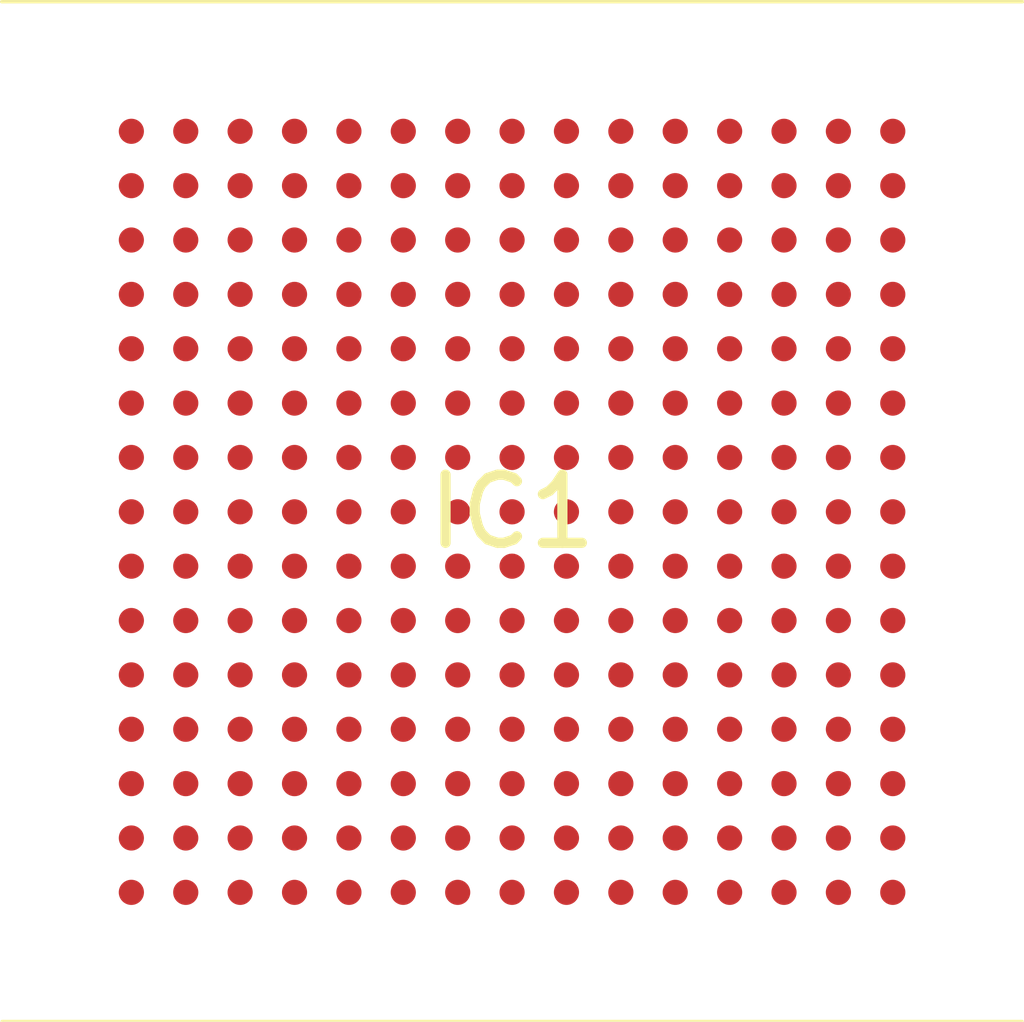
<source format=kicad_pcb>
(kicad_pcb (version 20240108) (generator "pcbnew") (generator_version "8.0")
  (layers (0 "F.Cu" signal) (31 "B.Cu" signal) (34 "B.Paste" user) (35 "F.Paste" user) (36 "B.SilkS" user "B.Silkscreen") (37 "F.SilkS" user "F.Silkscreen") (38 "B.Mask" user) (39 "F.Mask" user) (44 "Edge.Cuts" user))
  (net 0 "")
  (footprint "XC7Z007S_1CLG225C:BGA225C80P15X15_1300X1300X150" (layer "F.Cu") (at 144.9 98.4)
    (property "Reference" "IC1" (at 0 0 0) (layer "F.SilkS") (effects (font (size 1.002409 1.002409))))
    (property "Value" "XC7Z007S-1CLG225C")
    (fp_line (start -7.50722 -7.50722) (end 7.50722 -7.50722) (stroke (width 0.05)) (layer "F.SilkS"))
    (fp_line (start 7.50057 7.50057) (end -7.50057 7.50057) (stroke (width 0.05)) (layer "F.SilkS"))
    (pad "A1" smd circle (at -5.6 -5.6) (size 0.370277 0.370277) (layers "F.Cu" "F.Paste" "F.Mask"))
    (pad "A2" smd circle (at -4.8 -5.6) (size 0.370192 0.370192) (layers "F.Cu" "F.Paste" "F.Mask"))
    (pad "A3" smd circle (at -4 -5.6) (size 0.370584 0.370584) (layers "F.Cu" "F.Paste" "F.Mask"))
    (pad "A4" smd circle (at -3.2 -5.6) (size 0.370635 0.370635) (layers "F.Cu" "F.Paste" "F.Mask"))
    (pad "A5" smd circle (at -2.4 -5.6) (size 0.370457 0.370457) (layers "F.Cu" "F.Paste" "F.Mask"))
    (pad "A6" smd circle (at -1.6 -5.6) (size 0.370285 0.370285) (layers "F.Cu" "F.Paste" "F.Mask"))
    (pad "A7" smd circle (at -0.8 -5.6) (size 0.370515 0.370515) (layers "F.Cu" "F.Paste" "F.Mask"))
    (pad "A8" smd circle (at 0 -5.6) (size 0.370603 0.370603) (layers "F.Cu" "F.Paste" "F.Mask"))
    (pad "A9" smd circle (at 0.8 -5.6) (size 0.370365 0.370365) (layers "F.Cu" "F.Paste" "F.Mask"))
    (pad "A10" smd circle (at 1.6 -5.6) (size 0.370061 0.370061) (layers "F.Cu" "F.Paste" "F.Mask"))
    (pad "A11" smd circle (at 2.4 -5.6) (size 0.370701 0.370701) (layers "F.Cu" "F.Paste" "F.Mask"))
    (pad "A12" smd circle (at 3.2 -5.6) (size 0.370659 0.370659) (layers "F.Cu" "F.Paste" "F.Mask"))
    (pad "A13" smd circle (at 4 -5.6) (size 0.370236 0.370236) (layers "F.Cu" "F.Paste" "F.Mask"))
    (pad "A14" smd circle (at 4.8 -5.6) (size 0.37058 0.37058) (layers "F.Cu" "F.Paste" "F.Mask"))
    (pad "A15" smd circle (at 5.6 -5.6) (size 0.370293 0.370293) (layers "F.Cu" "F.Paste" "F.Mask"))
    (pad "B1" smd circle (at -5.6 -4.8) (size 0.370219 0.370219) (layers "F.Cu" "F.Paste" "F.Mask"))
    (pad "B2" smd circle (at -4.8 -4.8) (size 0.370595 0.370595) (layers "F.Cu" "F.Paste" "F.Mask"))
    (pad "B3" smd circle (at -4 -4.8) (size 0.370284 0.370284) (layers "F.Cu" "F.Paste" "F.Mask"))
    (pad "B4" smd circle (at -3.2 -4.8) (size 0.370352 0.370352) (layers "F.Cu" "F.Paste" "F.Mask"))
    (pad "B5" smd circle (at -2.4 -4.8) (size 0.370355 0.370355) (layers "F.Cu" "F.Paste" "F.Mask"))
    (pad "B6" smd circle (at -1.6 -4.8) (size 0.370588 0.370588) (layers "F.Cu" "F.Paste" "F.Mask"))
    (pad "B7" smd circle (at -0.8 -4.8) (size 0.370037 0.370037) (layers "F.Cu" "F.Paste" "F.Mask"))
    (pad "B8" smd circle (at 0 -4.8) (size 0.370703 0.370703) (layers "F.Cu" "F.Paste" "F.Mask"))
    (pad "B9" smd circle (at 0.8 -4.8) (size 0.370205 0.370205) (layers "F.Cu" "F.Paste" "F.Mask"))
    (pad "B10" smd circle (at 1.6 -4.8) (size 0.37053 0.37053) (layers "F.Cu" "F.Paste" "F.Mask"))
    (pad "B11" smd circle (at 2.4 -4.8) (size 0.370629 0.370629) (layers "F.Cu" "F.Paste" "F.Mask"))
    (pad "B12" smd circle (at 3.2 -4.8) (size 0.370665 0.370665) (layers "F.Cu" "F.Paste" "F.Mask"))
    (pad "B13" smd circle (at 4 -4.8) (size 0.370428 0.370428) (layers "F.Cu" "F.Paste" "F.Mask"))
    (pad "B14" smd circle (at 4.8 -4.8) (size 0.370159 0.370159) (layers "F.Cu" "F.Paste" "F.Mask"))
    (pad "B15" smd circle (at 5.6 -4.8) (size 0.370448 0.370448) (layers "F.Cu" "F.Paste" "F.Mask"))
    (pad "C1" smd circle (at -5.6 -4) (size 0.370261 0.370261) (layers "F.Cu" "F.Paste" "F.Mask"))
    (pad "C2" smd circle (at -4.8 -4) (size 0.370376 0.370376) (layers "F.Cu" "F.Paste" "F.Mask"))
    (pad "C3" smd circle (at -4 -4) (size 0.370257 0.370257) (layers "F.Cu" "F.Paste" "F.Mask"))
    (pad "C4" smd circle (at -3.2 -4) (size 0.370636 0.370636) (layers "F.Cu" "F.Paste" "F.Mask"))
    (pad "C5" smd circle (at -2.4 -4) (size 0.370267 0.370267) (layers "F.Cu" "F.Paste" "F.Mask"))
    (pad "C6" smd circle (at -1.6 -4) (size 0.370348 0.370348) (layers "F.Cu" "F.Paste" "F.Mask"))
    (pad "C7" smd circle (at -0.8 -4) (size 0.370645 0.370645) (layers "F.Cu" "F.Paste" "F.Mask"))
    (pad "C8" smd circle (at 0 -4) (size 0.370716 0.370716) (layers "F.Cu" "F.Paste" "F.Mask"))
    (pad "C9" smd circle (at 0.8 -4) (size 0.370571 0.370571) (layers "F.Cu" "F.Paste" "F.Mask"))
    (pad "C10" smd circle (at 1.6 -4) (size 0.370293 0.370293) (layers "F.Cu" "F.Paste" "F.Mask"))
    (pad "C11" smd circle (at 2.4 -4) (size 0.370475 0.370475) (layers "F.Cu" "F.Paste" "F.Mask"))
    (pad "C12" smd circle (at 3.2 -4) (size 0.370626 0.370626) (layers "F.Cu" "F.Paste" "F.Mask"))
    (pad "C13" smd circle (at 4 -4) (size 0.370138 0.370138) (layers "F.Cu" "F.Paste" "F.Mask"))
    (pad "C14" smd circle (at 4.8 -4) (size 0.37042 0.37042) (layers "F.Cu" "F.Paste" "F.Mask"))
    (pad "C15" smd circle (at 5.6 -4) (size 0.370377 0.370377) (layers "F.Cu" "F.Paste" "F.Mask"))
    (pad "D1" smd circle (at -5.6 -3.2) (size 0.370245 0.370245) (layers "F.Cu" "F.Paste" "F.Mask"))
    (pad "D2" smd circle (at -4.8 -3.2) (size 0.370661 0.370661) (layers "F.Cu" "F.Paste" "F.Mask"))
    (pad "D3" smd circle (at -4 -3.2) (size 0.3706 0.3706) (layers "F.Cu" "F.Paste" "F.Mask"))
    (pad "D4" smd circle (at -3.2 -3.2) (size 0.37017 0.37017) (layers "F.Cu" "F.Paste" "F.Mask"))
    (pad "D5" smd circle (at -2.4 -3.2) (size 0.370596 0.370596) (layers "F.Cu" "F.Paste" "F.Mask"))
    (pad "D6" smd circle (at -1.6 -3.2) (size 0.370026 0.370026) (layers "F.Cu" "F.Paste" "F.Mask"))
    (pad "D7" smd circle (at -0.8 -3.2) (size 0.370484 0.370484) (layers "F.Cu" "F.Paste" "F.Mask"))
    (pad "D8" smd circle (at 0 -3.2) (size 0.370151 0.370151) (layers "F.Cu" "F.Paste" "F.Mask"))
    (pad "D9" smd circle (at 0.8 -3.2) (size 0.370093 0.370093) (layers "F.Cu" "F.Paste" "F.Mask"))
    (pad "D10" smd circle (at 1.6 -3.2) (size 0.370531 0.370531) (layers "F.Cu" "F.Paste" "F.Mask"))
    (pad "D11" smd circle (at 2.4 -3.2) (size 0.370593 0.370593) (layers "F.Cu" "F.Paste" "F.Mask"))
    (pad "D12" smd circle (at 3.2 -3.2) (size 0.370214 0.370214) (layers "F.Cu" "F.Paste" "F.Mask"))
    (pad "D13" smd circle (at 4 -3.2) (size 0.370672 0.370672) (layers "F.Cu" "F.Paste" "F.Mask"))
    (pad "D14" smd circle (at 4.8 -3.2) (size 0.370013 0.370013) (layers "F.Cu" "F.Paste" "F.Mask"))
    (pad "D15" smd circle (at 5.6 -3.2) (size 0.370629 0.370629) (layers "F.Cu" "F.Paste" "F.Mask"))
    (pad "E1" smd circle (at -5.6 -2.4) (size 0.370582 0.370582) (layers "F.Cu" "F.Paste" "F.Mask"))
    (pad "E2" smd circle (at -4.8 -2.4) (size 0.370521 0.370521) (layers "F.Cu" "F.Paste" "F.Mask"))
    (pad "E3" smd circle (at -4 -2.4) (size 0.3703 0.3703) (layers "F.Cu" "F.Paste" "F.Mask"))
    (pad "E4" smd circle (at -3.2 -2.4) (size 0.370036 0.370036) (layers "F.Cu" "F.Paste" "F.Mask"))
    (pad "E5" smd circle (at -2.4 -2.4) (size 0.370647 0.370647) (layers "F.Cu" "F.Paste" "F.Mask"))
    (pad "E6" smd circle (at -1.6 -2.4) (size 0.370371 0.370371) (layers "F.Cu" "F.Paste" "F.Mask"))
    (pad "E7" smd circle (at -0.8 -2.4) (size 0.370139 0.370139) (layers "F.Cu" "F.Paste" "F.Mask"))
    (pad "E8" smd circle (at 0 -2.4) (size 0.370287 0.370287) (layers "F.Cu" "F.Paste" "F.Mask"))
    (pad "E9" smd circle (at 0.8 -2.4) (size 0.370147 0.370147) (layers "F.Cu" "F.Paste" "F.Mask"))
    (pad "E10" smd circle (at 1.6 -2.4) (size 0.37004 0.37004) (layers "F.Cu" "F.Paste" "F.Mask"))
    (pad "E11" smd circle (at 2.4 -2.4) (size 0.370206 0.370206) (layers "F.Cu" "F.Paste" "F.Mask"))
    (pad "E12" smd circle (at 3.2 -2.4) (size 0.370433 0.370433) (layers "F.Cu" "F.Paste" "F.Mask"))
    (pad "E13" smd circle (at 4 -2.4) (size 0.370255 0.370255) (layers "F.Cu" "F.Paste" "F.Mask"))
    (pad "E14" smd circle (at 4.8 -2.4) (size 0.370149 0.370149) (layers "F.Cu" "F.Paste" "F.Mask"))
    (pad "E15" smd circle (at 5.6 -2.4) (size 0.37059 0.37059) (layers "F.Cu" "F.Paste" "F.Mask"))
    (pad "F1" smd circle (at -5.6 -1.6) (size 0.37005 0.37005) (layers "F.Cu" "F.Paste" "F.Mask"))
    (pad "F2" smd circle (at -4.8 -1.6) (size 0.370606 0.370606) (layers "F.Cu" "F.Paste" "F.Mask"))
    (pad "F3" smd circle (at -4 -1.6) (size 0.370677 0.370677) (layers "F.Cu" "F.Paste" "F.Mask"))
    (pad "F4" smd circle (at -3.2 -1.6) (size 0.370564 0.370564) (layers "F.Cu" "F.Paste" "F.Mask"))
    (pad "F5" smd circle (at -2.4 -1.6) (size 0.370676 0.370676) (layers "F.Cu" "F.Paste" "F.Mask"))
    (pad "F6" smd circle (at -1.6 -1.6) (size 0.370172 0.370172) (layers "F.Cu" "F.Paste" "F.Mask"))
    (pad "F7" smd circle (at -0.8 -1.6) (size 0.370584 0.370584) (layers "F.Cu" "F.Paste" "F.Mask"))
    (pad "F8" smd circle (at 0 -1.6) (size 0.370693 0.370693) (layers "F.Cu" "F.Paste" "F.Mask"))
    (pad "F9" smd circle (at 0.8 -1.6) (size 0.370593 0.370593) (layers "F.Cu" "F.Paste" "F.Mask"))
    (pad "F10" smd circle (at 1.6 -1.6) (size 0.370573 0.370573) (layers "F.Cu" "F.Paste" "F.Mask"))
    (pad "F11" smd circle (at 2.4 -1.6) (size 0.370516 0.370516) (layers "F.Cu" "F.Paste" "F.Mask"))
    (pad "F12" smd circle (at 3.2 -1.6) (size 0.370371 0.370371) (layers "F.Cu" "F.Paste" "F.Mask"))
    (pad "F13" smd circle (at 4 -1.6) (size 0.370617 0.370617) (layers "F.Cu" "F.Paste" "F.Mask"))
    (pad "F14" smd circle (at 4.8 -1.6) (size 0.370456 0.370456) (layers "F.Cu" "F.Paste" "F.Mask"))
    (pad "F15" smd circle (at 5.6 -1.6) (size 0.370739 0.370739) (layers "F.Cu" "F.Paste" "F.Mask"))
    (pad "G1" smd circle (at -5.6 -0.8) (size 0.370416 0.370416) (layers "F.Cu" "F.Paste" "F.Mask"))
    (pad "G2" smd circle (at -4.8 -0.8) (size 0.370271 0.370271) (layers "F.Cu" "F.Paste" "F.Mask"))
    (pad "G3" smd circle (at -4 -0.8) (size 0.370239 0.370239) (layers "F.Cu" "F.Paste" "F.Mask"))
    (pad "G4" smd circle (at -3.2 -0.8) (size 0.370607 0.370607) (layers "F.Cu" "F.Paste" "F.Mask"))
    (pad "G5" smd circle (at -2.4 -0.8) (size 0.370518 0.370518) (layers "F.Cu" "F.Paste" "F.Mask"))
    (pad "G6" smd circle (at -1.6 -0.8) (size 0.370393 0.370393) (layers "F.Cu" "F.Paste" "F.Mask"))
    (pad "G7" smd circle (at -0.8 -0.8) (size 0.3702 0.3702) (layers "F.Cu" "F.Paste" "F.Mask"))
    (pad "G8" smd circle (at 0 -0.8) (size 0.370617 0.370617) (layers "F.Cu" "F.Paste" "F.Mask"))
    (pad "G9" smd circle (at 0.8 -0.8) (size 0.370231 0.370231) (layers "F.Cu" "F.Paste" "F.Mask"))
    (pad "G10" smd circle (at 1.6 -0.8) (size 0.370145 0.370145) (layers "F.Cu" "F.Paste" "F.Mask"))
    (pad "G11" smd circle (at 2.4 -0.8) (size 0.370251 0.370251) (layers "F.Cu" "F.Paste" "F.Mask"))
    (pad "G12" smd circle (at 3.2 -0.8) (size 0.370223 0.370223) (layers "F.Cu" "F.Paste" "F.Mask"))
    (pad "G13" smd circle (at 4 -0.8) (size 0.370303 0.370303) (layers "F.Cu" "F.Paste" "F.Mask"))
    (pad "G14" smd circle (at 4.8 -0.8) (size 0.370109 0.370109) (layers "F.Cu" "F.Paste" "F.Mask"))
    (pad "G15" smd circle (at 5.6 -0.8) (size 0.370189 0.370189) (layers "F.Cu" "F.Paste" "F.Mask"))
    (pad "H1" smd circle (at -5.6 0) (size 0.370637 0.370637) (layers "F.Cu" "F.Paste" "F.Mask"))
    (pad "H2" smd circle (at -4.8 0) (size 0.370625 0.370625) (layers "F.Cu" "F.Paste" "F.Mask"))
    (pad "H3" smd circle (at -4 0) (size 0.370297 0.370297) (layers "F.Cu" "F.Paste" "F.Mask"))
    (pad "H4" smd circle (at -3.2 0) (size 0.370068 0.370068) (layers "F.Cu" "F.Paste" "F.Mask"))
    (pad "H5" smd circle (at -2.4 0) (size 0.370027 0.370027) (layers "F.Cu" "F.Paste" "F.Mask"))
    (pad "H6" smd circle (at -1.6 0) (size 0.370153 0.370153) (layers "F.Cu" "F.Paste" "F.Mask"))
    (pad "H7" smd circle (at -0.8 0) (size 0.370399 0.370399) (layers "F.Cu" "F.Paste" "F.Mask"))
    (pad "H8" smd circle (at 0 0) (size 0.370662 0.370662) (layers "F.Cu" "F.Paste" "F.Mask"))
    (pad "H9" smd circle (at 0.8 0) (size 0.370439 0.370439) (layers "F.Cu" "F.Paste" "F.Mask"))
    (pad "H10" smd circle (at 1.6 0) (size 0.370165 0.370165) (layers "F.Cu" "F.Paste" "F.Mask"))
    (pad "H11" smd circle (at 2.4 0) (size 0.370266 0.370266) (layers "F.Cu" "F.Paste" "F.Mask"))
    (pad "H12" smd circle (at 3.2 0) (size 0.370308 0.370308) (layers "F.Cu" "F.Paste" "F.Mask"))
    (pad "H13" smd circle (at 4 0) (size 0.37004 0.37004) (layers "F.Cu" "F.Paste" "F.Mask"))
    (pad "H14" smd circle (at 4.8 0) (size 0.370245 0.370245) (layers "F.Cu" "F.Paste" "F.Mask"))
    (pad "H15" smd circle (at 5.6 0) (size 0.370528 0.370528) (layers "F.Cu" "F.Paste" "F.Mask"))
    (pad "J1" smd circle (at -5.6 0.8) (size 0.370194 0.370194) (layers "F.Cu" "F.Paste" "F.Mask"))
    (pad "J2" smd circle (at -4.8 0.8) (size 0.37016 0.37016) (layers "F.Cu" "F.Paste" "F.Mask"))
    (pad "J3" smd circle (at -4 0.8) (size 0.37028 0.37028) (layers "F.Cu" "F.Paste" "F.Mask"))
    (pad "J4" smd circle (at -3.2 0.8) (size 0.37038 0.37038) (layers "F.Cu" "F.Paste" "F.Mask"))
    (pad "J5" smd circle (at -2.4 0.8) (size 0.3707 0.3707) (layers "F.Cu" "F.Paste" "F.Mask"))
    (pad "J6" smd circle (at -1.6 0.8) (size 0.370034 0.370034) (layers "F.Cu" "F.Paste" "F.Mask"))
    (pad "J7" smd circle (at -0.8 0.8) (size 0.370719 0.370719) (layers "F.Cu" "F.Paste" "F.Mask"))
    (pad "J8" smd circle (at 0 0.8) (size 0.370394 0.370394) (layers "F.Cu" "F.Paste" "F.Mask"))
    (pad "J9" smd circle (at 0.8 0.8) (size 0.370061 0.370061) (layers "F.Cu" "F.Paste" "F.Mask"))
    (pad "J10" smd circle (at 1.6 0.8) (size 0.370039 0.370039) (layers "F.Cu" "F.Paste" "F.Mask"))
    (pad "J11" smd circle (at 2.4 0.8) (size 0.370398 0.370398) (layers "F.Cu" "F.Paste" "F.Mask"))
    (pad "J12" smd circle (at 3.2 0.8) (size 0.370597 0.370597) (layers "F.Cu" "F.Paste" "F.Mask"))
    (pad "J13" smd circle (at 4 0.8) (size 0.370117 0.370117) (layers "F.Cu" "F.Paste" "F.Mask"))
    (pad "J14" smd circle (at 4.8 0.8) (size 0.370725 0.370725) (layers "F.Cu" "F.Paste" "F.Mask"))
    (pad "J15" smd circle (at 5.6 0.8) (size 0.370543 0.370543) (layers "F.Cu" "F.Paste" "F.Mask"))
    (pad "K1" smd circle (at -5.6 1.6) (size 0.37071 0.37071) (layers "F.Cu" "F.Paste" "F.Mask"))
    (pad "K2" smd circle (at -4.8 1.6) (size 0.370651 0.370651) (layers "F.Cu" "F.Paste" "F.Mask"))
    (pad "K3" smd circle (at -4 1.6) (size 0.370116 0.370116) (layers "F.Cu" "F.Paste" "F.Mask"))
    (pad "K4" smd circle (at -3.2 1.6) (size 0.370444 0.370444) (layers "F.Cu" "F.Paste" "F.Mask"))
    (pad "K5" smd circle (at -2.4 1.6) (size 0.370361 0.370361) (layers "F.Cu" "F.Paste" "F.Mask"))
    (pad "K6" smd circle (at -1.6 1.6) (size 0.370403 0.370403) (layers "F.Cu" "F.Paste" "F.Mask"))
    (pad "K7" smd circle (at -0.8 1.6) (size 0.370563 0.370563) (layers "F.Cu" "F.Paste" "F.Mask"))
    (pad "K8" smd circle (at 0 1.6) (size 0.370127 0.370127) (layers "F.Cu" "F.Paste" "F.Mask"))
    (pad "K9" smd circle (at 0.8 1.6) (size 0.370719 0.370719) (layers "F.Cu" "F.Paste" "F.Mask"))
    (pad "K10" smd circle (at 1.6 1.6) (size 0.370234 0.370234) (layers "F.Cu" "F.Paste" "F.Mask"))
    (pad "K11" smd circle (at 2.4 1.6) (size 0.370047 0.370047) (layers "F.Cu" "F.Paste" "F.Mask"))
    (pad "K12" smd circle (at 3.2 1.6) (size 0.370686 0.370686) (layers "F.Cu" "F.Paste" "F.Mask"))
    (pad "K13" smd circle (at 4 1.6) (size 0.370655 0.370655) (layers "F.Cu" "F.Paste" "F.Mask"))
    (pad "K14" smd circle (at 4.8 1.6) (size 0.370092 0.370092) (layers "F.Cu" "F.Paste" "F.Mask"))
    (pad "K15" smd circle (at 5.6 1.6) (size 0.370585 0.370585) (layers "F.Cu" "F.Paste" "F.Mask"))
    (pad "L1" smd circle (at -5.6 2.4) (size 0.370526 0.370526) (layers "F.Cu" "F.Paste" "F.Mask"))
    (pad "L2" smd circle (at -4.8 2.4) (size 0.370688 0.370688) (layers "F.Cu" "F.Paste" "F.Mask"))
    (pad "L3" smd circle (at -4 2.4) (size 0.370455 0.370455) (layers "F.Cu" "F.Paste" "F.Mask"))
    (pad "L4" smd circle (at -3.2 2.4) (size 0.370369 0.370369) (layers "F.Cu" "F.Paste" "F.Mask"))
    (pad "L5" smd circle (at -2.4 2.4) (size 0.370286 0.370286) (layers "F.Cu" "F.Paste" "F.Mask"))
    (pad "L6" smd circle (at -1.6 2.4) (size 0.370725 0.370725) (layers "F.Cu" "F.Paste" "F.Mask"))
    (pad "L7" smd circle (at -0.8 2.4) (size 0.370691 0.370691) (layers "F.Cu" "F.Paste" "F.Mask"))
    (pad "L8" smd circle (at 0 2.4) (size 0.370461 0.370461) (layers "F.Cu" "F.Paste" "F.Mask"))
    (pad "L9" smd circle (at 0.8 2.4) (size 0.370732 0.370732) (layers "F.Cu" "F.Paste" "F.Mask"))
    (pad "L10" smd circle (at 1.6 2.4) (size 0.370335 0.370335) (layers "F.Cu" "F.Paste" "F.Mask"))
    (pad "L11" smd circle (at 2.4 2.4) (size 0.370169 0.370169) (layers "F.Cu" "F.Paste" "F.Mask"))
    (pad "L12" smd circle (at 3.2 2.4) (size 0.370294 0.370294) (layers "F.Cu" "F.Paste" "F.Mask"))
    (pad "L13" smd circle (at 4 2.4) (size 0.370622 0.370622) (layers "F.Cu" "F.Paste" "F.Mask"))
    (pad "L14" smd circle (at 4.8 2.4) (size 0.370045 0.370045) (layers "F.Cu" "F.Paste" "F.Mask"))
    (pad "L15" smd circle (at 5.6 2.4) (size 0.370527 0.370527) (layers "F.Cu" "F.Paste" "F.Mask"))
    (pad "M1" smd circle (at -5.6 3.2) (size 0.370567 0.370567) (layers "F.Cu" "F.Paste" "F.Mask"))
    (pad "M2" smd circle (at -4.8 3.2) (size 0.370379 0.370379) (layers "F.Cu" "F.Paste" "F.Mask"))
    (pad "M3" smd circle (at -4 3.2) (size 0.370117 0.370117) (layers "F.Cu" "F.Paste" "F.Mask"))
    (pad "M4" smd circle (at -3.2 3.2) (size 0.370608 0.370608) (layers "F.Cu" "F.Paste" "F.Mask"))
    (pad "M5" smd circle (at -2.4 3.2) (size 0.370655 0.370655) (layers "F.Cu" "F.Paste" "F.Mask"))
    (pad "M6" smd circle (at -1.6 3.2) (size 0.370179 0.370179) (layers "F.Cu" "F.Paste" "F.Mask"))
    (pad "M7" smd circle (at -0.8 3.2) (size 0.370254 0.370254) (layers "F.Cu" "F.Paste" "F.Mask"))
    (pad "M8" smd circle (at 0 3.2) (size 0.370636 0.370636) (layers "F.Cu" "F.Paste" "F.Mask"))
    (pad "M9" smd circle (at 0.8 3.2) (size 0.370228 0.370228) (layers "F.Cu" "F.Paste" "F.Mask"))
    (pad "M10" smd circle (at 1.6 3.2) (size 0.370521 0.370521) (layers "F.Cu" "F.Paste" "F.Mask"))
    (pad "M11" smd circle (at 2.4 3.2) (size 0.37069 0.37069) (layers "F.Cu" "F.Paste" "F.Mask"))
    (pad "M12" smd circle (at 3.2 3.2) (size 0.370639 0.370639) (layers "F.Cu" "F.Paste" "F.Mask"))
    (pad "M13" smd circle (at 4 3.2) (size 0.370193 0.370193) (layers "F.Cu" "F.Paste" "F.Mask"))
    (pad "M14" smd circle (at 4.8 3.2) (size 0.370215 0.370215) (layers "F.Cu" "F.Paste" "F.Mask"))
    (pad "M15" smd circle (at 5.6 3.2) (size 0.370455 0.370455) (layers "F.Cu" "F.Paste" "F.Mask"))
    (pad "N1" smd circle (at -5.6 4) (size 0.370363 0.370363) (layers "F.Cu" "F.Paste" "F.Mask"))
    (pad "N2" smd circle (at -4.8 4) (size 0.370509 0.370509) (layers "F.Cu" "F.Paste" "F.Mask"))
    (pad "N3" smd circle (at -4 4) (size 0.370684 0.370684) (layers "F.Cu" "F.Paste" "F.Mask"))
    (pad "N4" smd circle (at -3.2 4) (size 0.37053 0.37053) (layers "F.Cu" "F.Paste" "F.Mask"))
    (pad "N5" smd circle (at -2.4 4) (size 0.370615 0.370615) (layers "F.Cu" "F.Paste" "F.Mask"))
    (pad "N6" smd circle (at -1.6 4) (size 0.370446 0.370446) (layers "F.Cu" "F.Paste" "F.Mask"))
    (pad "N7" smd circle (at -0.8 4) (size 0.370391 0.370391) (layers "F.Cu" "F.Paste" "F.Mask"))
    (pad "N8" smd circle (at 0 4) (size 0.370241 0.370241) (layers "F.Cu" "F.Paste" "F.Mask"))
    (pad "N9" smd circle (at 0.8 4) (size 0.370394 0.370394) (layers "F.Cu" "F.Paste" "F.Mask"))
    (pad "N10" smd circle (at 1.6 4) (size 0.370643 0.370643) (layers "F.Cu" "F.Paste" "F.Mask"))
    (pad "N11" smd circle (at 2.4 4) (size 0.370525 0.370525) (layers "F.Cu" "F.Paste" "F.Mask"))
    (pad "N12" smd circle (at 3.2 4) (size 0.370067 0.370067) (layers "F.Cu" "F.Paste" "F.Mask"))
    (pad "N13" smd circle (at 4 4) (size 0.370538 0.370538) (layers "F.Cu" "F.Paste" "F.Mask"))
    (pad "N14" smd circle (at 4.8 4) (size 0.370589 0.370589) (layers "F.Cu" "F.Paste" "F.Mask"))
    (pad "N15" smd circle (at 5.6 4) (size 0.370128 0.370128) (layers "F.Cu" "F.Paste" "F.Mask"))
    (pad "P1" smd circle (at -5.6 4.8) (size 0.370085 0.370085) (layers "F.Cu" "F.Paste" "F.Mask"))
    (pad "P2" smd circle (at -4.8 4.8) (size 0.370439 0.370439) (layers "F.Cu" "F.Paste" "F.Mask"))
    (pad "P3" smd circle (at -4 4.8) (size 0.370283 0.370283) (layers "F.Cu" "F.Paste" "F.Mask"))
    (pad "P4" smd circle (at -3.2 4.8) (size 0.370127 0.370127) (layers "F.Cu" "F.Paste" "F.Mask"))
    (pad "P5" smd circle (at -2.4 4.8) (size 0.370044 0.370044) (layers "F.Cu" "F.Paste" "F.Mask"))
    (pad "P6" smd circle (at -1.6 4.8) (size 0.370617 0.370617) (layers "F.Cu" "F.Paste" "F.Mask"))
    (pad "P7" smd circle (at -0.8 4.8) (size 0.370513 0.370513) (layers "F.Cu" "F.Paste" "F.Mask"))
    (pad "P8" smd circle (at 0 4.8) (size 0.370233 0.370233) (layers "F.Cu" "F.Paste" "F.Mask"))
    (pad "P9" smd circle (at 0.8 4.8) (size 0.370401 0.370401) (layers "F.Cu" "F.Paste" "F.Mask"))
    (pad "P10" smd circle (at 1.6 4.8) (size 0.370254 0.370254) (layers "F.Cu" "F.Paste" "F.Mask"))
    (pad "P11" smd circle (at 2.4 4.8) (size 0.370528 0.370528) (layers "F.Cu" "F.Paste" "F.Mask"))
    (pad "P12" smd circle (at 3.2 4.8) (size 0.370604 0.370604) (layers "F.Cu" "F.Paste" "F.Mask"))
    (pad "P13" smd circle (at 4 4.8) (size 0.370006 0.370006) (layers "F.Cu" "F.Paste" "F.Mask"))
    (pad "P14" smd circle (at 4.8 4.8) (size 0.370674 0.370674) (layers "F.Cu" "F.Paste" "F.Mask"))
    (pad "P15" smd circle (at 5.6 4.8) (size 0.370268 0.370268) (layers "F.Cu" "F.Paste" "F.Mask"))
    (pad "R1" smd circle (at -5.6 5.6) (size 0.370721 0.370721) (layers "F.Cu" "F.Paste" "F.Mask"))
    (pad "R2" smd circle (at -4.8 5.6) (size 0.370694 0.370694) (layers "F.Cu" "F.Paste" "F.Mask"))
    (pad "R3" smd circle (at -4 5.6) (size 0.370577 0.370577) (layers "F.Cu" "F.Paste" "F.Mask"))
    (pad "R4" smd circle (at -3.2 5.6) (size 0.370024 0.370024) (layers "F.Cu" "F.Paste" "F.Mask"))
    (pad "R5" smd circle (at -2.4 5.6) (size 0.370306 0.370306) (layers "F.Cu" "F.Paste" "F.Mask"))
    (pad "R6" smd circle (at -1.6 5.6) (size 0.370214 0.370214) (layers "F.Cu" "F.Paste" "F.Mask"))
    (pad "R7" smd circle (at -0.8 5.6) (size 0.370118 0.370118) (layers "F.Cu" "F.Paste" "F.Mask"))
    (pad "R8" smd circle (at 0 5.6) (size 0.370273 0.370273) (layers "F.Cu" "F.Paste" "F.Mask"))
    (pad "R9" smd circle (at 0.8 5.6) (size 0.370358 0.370358) (layers "F.Cu" "F.Paste" "F.Mask"))
    (pad "R10" smd circle (at 1.6 5.6) (size 0.370423 0.370423) (layers "F.Cu" "F.Paste" "F.Mask"))
    (pad "R11" smd circle (at 2.4 5.6) (size 0.370361 0.370361) (layers "F.Cu" "F.Paste" "F.Mask"))
    (pad "R12" smd circle (at 3.2 5.6) (size 0.370223 0.370223) (layers "F.Cu" "F.Paste" "F.Mask"))
    (pad "R13" smd circle (at 4 5.6) (size 0.370445 0.370445) (layers "F.Cu" "F.Paste" "F.Mask"))
    (pad "R14" smd circle (at 4.8 5.6) (size 0.370688 0.370688) (layers "F.Cu" "F.Paste" "F.Mask"))
    (pad "R15" smd circle (at 5.6 5.6) (size 0.370607 0.370607) (layers "F.Cu" "F.Paste" "F.Mask"))
  )
)
</source>
